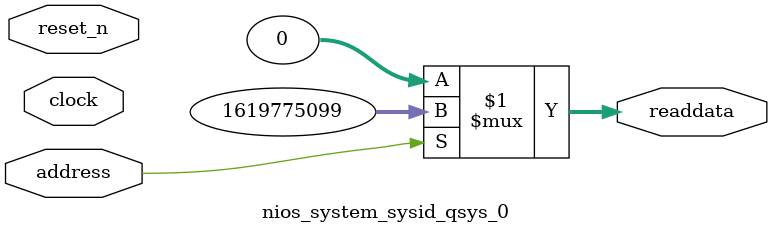
<source format=v>



// synthesis translate_off
`timescale 1ns / 1ps
// synthesis translate_on

// turn off superfluous verilog processor warnings 
// altera message_level Level1 
// altera message_off 10034 10035 10036 10037 10230 10240 10030 

module nios_system_sysid_qsys_0 (
               // inputs:
                address,
                clock,
                reset_n,

               // outputs:
                readdata
             )
;

  output  [ 31: 0] readdata;
  input            address;
  input            clock;
  input            reset_n;

  wire    [ 31: 0] readdata;
  //control_slave, which is an e_avalon_slave
  assign readdata = address ? 1619775099 : 0;

endmodule



</source>
